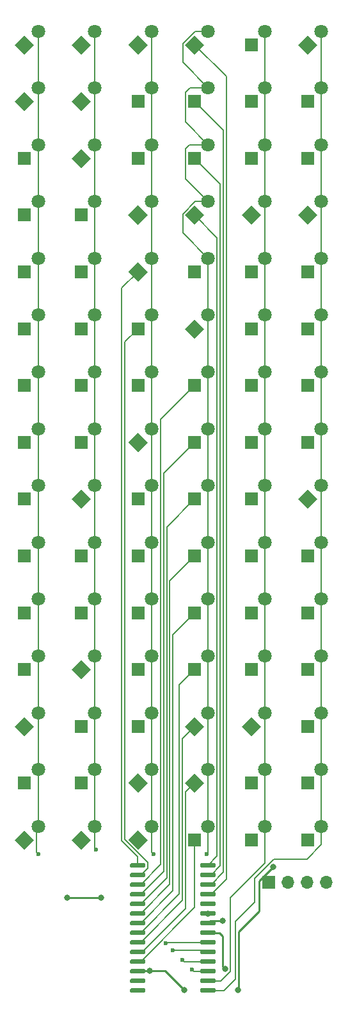
<source format=gbl>
G04 #@! TF.GenerationSoftware,KiCad,Pcbnew,7.0.6-7.0.6~ubuntu22.04.1*
G04 #@! TF.CreationDate,2023-08-02T19:51:28+01:00*
G04 #@! TF.ProjectId,working,776f726b-696e-4672-9e6b-696361645f70,rev?*
G04 #@! TF.SameCoordinates,Original*
G04 #@! TF.FileFunction,Copper,L2,Bot*
G04 #@! TF.FilePolarity,Positive*
%FSLAX46Y46*%
G04 Gerber Fmt 4.6, Leading zero omitted, Abs format (unit mm)*
G04 Created by KiCad (PCBNEW 7.0.6-7.0.6~ubuntu22.04.1) date 2023-08-02 19:51:28*
%MOMM*%
%LPD*%
G01*
G04 APERTURE LIST*
G04 #@! TA.AperFunction,ComponentPad*
%ADD10C,1.800000*%
G04 #@! TD*
G04 #@! TA.AperFunction,ComponentPad*
%ADD11R,1.700000X1.700000*%
G04 #@! TD*
G04 #@! TA.AperFunction,ComponentPad*
%ADD12O,1.700000X1.700000*%
G04 #@! TD*
G04 #@! TA.AperFunction,ComponentPad*
%ADD13R,1.800000X1.800000*%
G04 #@! TD*
G04 #@! TA.AperFunction,ViaPad*
%ADD14C,0.600000*%
G04 #@! TD*
G04 #@! TA.AperFunction,ViaPad*
%ADD15C,0.800000*%
G04 #@! TD*
G04 #@! TA.AperFunction,Conductor*
%ADD16C,0.200000*%
G04 #@! TD*
G04 #@! TA.AperFunction,Conductor*
%ADD17C,0.250000*%
G04 #@! TD*
G04 APERTURE END LIST*
G04 #@! TA.AperFunction,ComponentPad*
G36*
X-12116000Y35361208D02*
G01*
X-13388792Y36634000D01*
X-12116000Y37906792D01*
X-10843208Y36634000D01*
X-12116000Y35361208D01*
G37*
G04 #@! TD.AperFunction*
D10*
X-10319949Y38430051D03*
G04 #@! TA.AperFunction,ComponentPad*
G36*
X10384000Y-39638792D02*
G01*
X9111208Y-38366000D01*
X10384000Y-37093208D01*
X11656792Y-38366000D01*
X10384000Y-39638792D01*
G37*
G04 #@! TD.AperFunction*
X12180051Y-36569949D03*
G04 #@! TA.AperFunction,ComponentPad*
G36*
X2884000Y50361208D02*
G01*
X1611208Y51634000D01*
X2884000Y52906792D01*
X4156792Y51634000D01*
X2884000Y50361208D01*
G37*
G04 #@! TD.AperFunction*
X4680051Y53430051D03*
G04 #@! TA.AperFunction,ComponentPad*
G36*
X17884000Y50361208D02*
G01*
X16611208Y51634000D01*
X17884000Y52906792D01*
X19156792Y51634000D01*
X17884000Y50361208D01*
G37*
G04 #@! TD.AperFunction*
X19680051Y53430051D03*
G04 #@! TA.AperFunction,ComponentPad*
G36*
X2884000Y-47138792D02*
G01*
X1611208Y-45866000D01*
X2884000Y-44593208D01*
X4156792Y-45866000D01*
X2884000Y-47138792D01*
G37*
G04 #@! TD.AperFunction*
X4680051Y-44069949D03*
G04 #@! TA.AperFunction,ComponentPad*
G36*
X2884000Y27861208D02*
G01*
X1611208Y29134000D01*
X2884000Y30406792D01*
X4156792Y29134000D01*
X2884000Y27861208D01*
G37*
G04 #@! TD.AperFunction*
X4680051Y30930051D03*
G04 #@! TA.AperFunction,ComponentPad*
G36*
X-12116000Y42861208D02*
G01*
X-13388792Y44134000D01*
X-12116000Y45406792D01*
X-10843208Y44134000D01*
X-12116000Y42861208D01*
G37*
G04 #@! TD.AperFunction*
X-10319949Y45930051D03*
G04 #@! TA.AperFunction,ComponentPad*
G36*
X-19616000Y-39638792D02*
G01*
X-20888792Y-38366000D01*
X-19616000Y-37093208D01*
X-18343208Y-38366000D01*
X-19616000Y-39638792D01*
G37*
G04 #@! TD.AperFunction*
X-17819949Y-36569949D03*
G04 #@! TA.AperFunction,ComponentPad*
G36*
X-4616000Y-47138792D02*
G01*
X-5888792Y-45866000D01*
X-4616000Y-44593208D01*
X-3343208Y-45866000D01*
X-4616000Y-47138792D01*
G37*
G04 #@! TD.AperFunction*
X-2819949Y-44069949D03*
D11*
X12700000Y-58928000D03*
D12*
X15240000Y-58928000D03*
X17780000Y-58928000D03*
X20320000Y-58928000D03*
G04 #@! TA.AperFunction,ComponentPad*
G36*
X-12116000Y50361208D02*
G01*
X-13388792Y51634000D01*
X-12116000Y52906792D01*
X-10843208Y51634000D01*
X-12116000Y50361208D01*
G37*
G04 #@! TD.AperFunction*
D10*
X-10319949Y53430051D03*
G04 #@! TA.AperFunction,ComponentPad*
G36*
X10384000Y27861208D02*
G01*
X9111208Y29134000D01*
X10384000Y30406792D01*
X11656792Y29134000D01*
X10384000Y27861208D01*
G37*
G04 #@! TD.AperFunction*
X12180051Y30930051D03*
G04 #@! TA.AperFunction,ComponentPad*
G36*
X-4616000Y27861208D02*
G01*
X-5888792Y29134000D01*
X-4616000Y30406792D01*
X-3343208Y29134000D01*
X-4616000Y27861208D01*
G37*
G04 #@! TD.AperFunction*
X-2819949Y30930051D03*
G04 #@! TA.AperFunction,ComponentPad*
G36*
X17884000Y27861208D02*
G01*
X16611208Y29134000D01*
X17884000Y30406792D01*
X19156792Y29134000D01*
X17884000Y27861208D01*
G37*
G04 #@! TD.AperFunction*
X19680051Y30930051D03*
G04 #@! TA.AperFunction,ComponentPad*
G36*
X-4616000Y20361208D02*
G01*
X-5888792Y21634000D01*
X-4616000Y22906792D01*
X-3343208Y21634000D01*
X-4616000Y20361208D01*
G37*
G04 #@! TD.AperFunction*
X-2819949Y23430051D03*
G04 #@! TA.AperFunction,ComponentPad*
G36*
X-12116000Y-32138792D02*
G01*
X-13388792Y-30866000D01*
X-12116000Y-29593208D01*
X-10843208Y-30866000D01*
X-12116000Y-32138792D01*
G37*
G04 #@! TD.AperFunction*
X-10319949Y-29069949D03*
G04 #@! TA.AperFunction,ComponentPad*
G36*
X-4616000Y50361208D02*
G01*
X-5888792Y51634000D01*
X-4616000Y52906792D01*
X-3343208Y51634000D01*
X-4616000Y50361208D01*
G37*
G04 #@! TD.AperFunction*
X-2819949Y53430051D03*
G04 #@! TA.AperFunction,ComponentPad*
G36*
X2884000Y12861208D02*
G01*
X1611208Y14134000D01*
X2884000Y15406792D01*
X4156792Y14134000D01*
X2884000Y12861208D01*
G37*
G04 #@! TD.AperFunction*
X4680051Y15930051D03*
G04 #@! TA.AperFunction,ComponentPad*
G36*
X17884000Y-9638792D02*
G01*
X16611208Y-8366000D01*
X17884000Y-7093208D01*
X19156792Y-8366000D01*
X17884000Y-9638792D01*
G37*
G04 #@! TD.AperFunction*
X19680051Y-6569949D03*
G04 #@! TA.AperFunction,ComponentPad*
G36*
X2884000Y-39638792D02*
G01*
X1611208Y-38366000D01*
X2884000Y-37093208D01*
X4156792Y-38366000D01*
X2884000Y-39638792D01*
G37*
G04 #@! TD.AperFunction*
X4680051Y-36569949D03*
G04 #@! TA.AperFunction,ComponentPad*
G36*
X-19616000Y42861208D02*
G01*
X-20888792Y44134000D01*
X-19616000Y45406792D01*
X-18343208Y44134000D01*
X-19616000Y42861208D01*
G37*
G04 #@! TD.AperFunction*
X-17819949Y45930051D03*
G04 #@! TA.AperFunction,ComponentPad*
G36*
X-4616000Y-2138792D02*
G01*
X-5888792Y-866000D01*
X-4616000Y406792D01*
X-3343208Y-866000D01*
X-4616000Y-2138792D01*
G37*
G04 #@! TD.AperFunction*
X-2819949Y930051D03*
G04 #@! TA.AperFunction,ComponentPad*
G36*
X-12116000Y-9638792D02*
G01*
X-13388792Y-8366000D01*
X-12116000Y-7093208D01*
X-10843208Y-8366000D01*
X-12116000Y-9638792D01*
G37*
G04 #@! TD.AperFunction*
X-10319949Y-6569949D03*
G04 #@! TA.AperFunction,ComponentPad*
G36*
X-19616000Y50361208D02*
G01*
X-20888792Y51634000D01*
X-19616000Y52906792D01*
X-18343208Y51634000D01*
X-19616000Y50361208D01*
G37*
G04 #@! TD.AperFunction*
X-17819949Y53430051D03*
G04 #@! TA.AperFunction,ComponentPad*
G36*
X-19616000Y-54638792D02*
G01*
X-20888792Y-53366000D01*
X-19616000Y-52093208D01*
X-18343208Y-53366000D01*
X-19616000Y-54638792D01*
G37*
G04 #@! TD.AperFunction*
X-17819949Y-51569949D03*
D13*
X-19616000Y21634000D03*
D10*
X-17819949Y23430051D03*
D13*
X10384000Y51634000D03*
D10*
X12180051Y53430051D03*
D13*
X2884000Y-53366000D03*
D10*
X4680051Y-51569949D03*
D13*
X-12116000Y6634000D03*
D10*
X-10319949Y8430051D03*
D13*
X-4616000Y36634000D03*
D10*
X-2819949Y38430051D03*
G04 #@! TA.AperFunction,ComponentPad*
G36*
X-4616000Y-54638792D02*
G01*
X-5888792Y-53366000D01*
X-4616000Y-52093208D01*
X-3343208Y-53366000D01*
X-4616000Y-54638792D01*
G37*
G04 #@! TD.AperFunction*
X-2819949Y-51569949D03*
D13*
X2884000Y36634000D03*
D10*
X4680051Y38430051D03*
D13*
X-4616000Y-23366000D03*
D10*
X-2819949Y-21569949D03*
D13*
X-19616000Y-45866000D03*
D10*
X-17819949Y-44069949D03*
D13*
X2884000Y21634000D03*
D10*
X4680051Y23430051D03*
D13*
X10384000Y-15866000D03*
D10*
X12180051Y-14069949D03*
D13*
X17884000Y-45866000D03*
D10*
X19680051Y-44069949D03*
D13*
X10384000Y21634000D03*
D10*
X12180051Y23430051D03*
D13*
X10384000Y6634000D03*
D10*
X12180051Y8430051D03*
D13*
X17884000Y14134000D03*
D10*
X19680051Y15930051D03*
D13*
X17884000Y36634000D03*
D10*
X19680051Y38430051D03*
D13*
X10384000Y-30866000D03*
D10*
X12180051Y-29069949D03*
D13*
X10384000Y-8366000D03*
D10*
X12180051Y-6569949D03*
D13*
X10384000Y44134000D03*
D10*
X12180051Y45930051D03*
G04 #@! TA.AperFunction,ComponentPad*
G36*
X-12116000Y-54638792D02*
G01*
X-13388792Y-53366000D01*
X-12116000Y-52093208D01*
X-10843208Y-53366000D01*
X-12116000Y-54638792D01*
G37*
G04 #@! TD.AperFunction*
X-10319949Y-51569949D03*
D13*
X-4616000Y-38366000D03*
D10*
X-2819949Y-36569949D03*
D13*
X17884000Y-53366000D03*
D10*
X19680051Y-51569949D03*
D13*
X2884000Y-30866000D03*
D10*
X4680051Y-29069949D03*
D13*
X17884000Y-866000D03*
D10*
X19680051Y930051D03*
D13*
X-19616000Y14134000D03*
D10*
X-17819949Y15930051D03*
D13*
X17884000Y21634000D03*
D10*
X19680051Y23430051D03*
D13*
X10384000Y-53366000D03*
D10*
X12180051Y-51569949D03*
D13*
X2884000Y-15866000D03*
D10*
X4680051Y-14069949D03*
D13*
X17884000Y-23366000D03*
D10*
X19680051Y-21569949D03*
D13*
X10384000Y14134000D03*
D10*
X12180051Y15930051D03*
D13*
X10384000Y-45866000D03*
D10*
X12180051Y-44069949D03*
D13*
X2884000Y-866000D03*
D10*
X4680051Y930051D03*
D13*
X2884000Y44134000D03*
D10*
X4680051Y45930051D03*
D13*
X-19616000Y-30866000D03*
D10*
X-17819949Y-29069949D03*
D13*
X-19616000Y36634000D03*
D10*
X-17819949Y38430051D03*
D13*
X-12116000Y-866000D03*
D10*
X-10319949Y930051D03*
D13*
X-4616000Y-15866000D03*
D10*
X-2819949Y-14069949D03*
D13*
X-4616000Y-30866000D03*
D10*
X-2819949Y-29069949D03*
D13*
X-19616000Y-15866000D03*
D10*
X-17819949Y-14069949D03*
D13*
X-19616000Y-23366000D03*
D10*
X-17819949Y-21569949D03*
D13*
X2884000Y-8366000D03*
D10*
X4680051Y-6569949D03*
D13*
X17884000Y-30866000D03*
D10*
X19680051Y-29069949D03*
D13*
X-4616000Y14134000D03*
D10*
X-2819949Y15930051D03*
D13*
X-19616000Y-866000D03*
D10*
X-17819949Y930051D03*
D13*
X17884000Y-15866000D03*
D10*
X19680051Y-14069949D03*
D13*
X10384000Y36634000D03*
D10*
X12180051Y38430051D03*
D13*
X-4616000Y6634000D03*
D10*
X-2819949Y8430051D03*
D13*
X-12116000Y-45866000D03*
D10*
X-10319949Y-44069949D03*
D13*
X-19616000Y6634000D03*
D10*
X-17819949Y8430051D03*
D13*
X17884000Y-38366000D03*
D10*
X19680051Y-36569949D03*
D13*
X-12116000Y-38366000D03*
D10*
X-10319949Y-36569949D03*
D13*
X2884000Y-23366000D03*
D10*
X4680051Y-21569949D03*
D13*
X-19616000Y-8366000D03*
D10*
X-17819949Y-6569949D03*
D13*
X-4616000Y44134000D03*
D10*
X-2819949Y45930051D03*
D13*
X10384000Y-23366000D03*
D10*
X12180051Y-21569949D03*
D13*
X2884000Y6634000D03*
D10*
X4680051Y8430051D03*
D13*
X17884000Y44134000D03*
D10*
X19680051Y45930051D03*
D13*
X-12116000Y14134000D03*
D10*
X-10319949Y15930051D03*
D13*
X-12116000Y-15866000D03*
D10*
X-10319949Y-14069949D03*
D13*
X-4616000Y-8366000D03*
D10*
X-2819949Y-6569949D03*
D13*
X-12116000Y-23366000D03*
D10*
X-10319949Y-21569949D03*
D13*
X10384000Y-866000D03*
D10*
X12180051Y930051D03*
D13*
X-12116000Y21634000D03*
D10*
X-10319949Y23430051D03*
D13*
X-12116000Y29134000D03*
D10*
X-10319949Y30930051D03*
D13*
X17884000Y6634000D03*
D10*
X19680051Y8430051D03*
D13*
X-19616000Y29134000D03*
D10*
X-17819949Y30930051D03*
G04 #@! TA.AperFunction,SMDPad,CuDef*
G36*
G01*
X5675000Y-56595000D02*
X5675000Y-56895000D01*
G75*
G02*
X5525000Y-57045000I-150000J0D01*
G01*
X3775000Y-57045000D01*
G75*
G02*
X3625000Y-56895000I0J150000D01*
G01*
X3625000Y-56595000D01*
G75*
G02*
X3775000Y-56445000I150000J0D01*
G01*
X5525000Y-56445000D01*
G75*
G02*
X5675000Y-56595000I0J-150000D01*
G01*
G37*
G04 #@! TD.AperFunction*
G04 #@! TA.AperFunction,SMDPad,CuDef*
G36*
G01*
X5675000Y-57865000D02*
X5675000Y-58165000D01*
G75*
G02*
X5525000Y-58315000I-150000J0D01*
G01*
X3775000Y-58315000D01*
G75*
G02*
X3625000Y-58165000I0J150000D01*
G01*
X3625000Y-57865000D01*
G75*
G02*
X3775000Y-57715000I150000J0D01*
G01*
X5525000Y-57715000D01*
G75*
G02*
X5675000Y-57865000I0J-150000D01*
G01*
G37*
G04 #@! TD.AperFunction*
G04 #@! TA.AperFunction,SMDPad,CuDef*
G36*
G01*
X5675000Y-59135000D02*
X5675000Y-59435000D01*
G75*
G02*
X5525000Y-59585000I-150000J0D01*
G01*
X3775000Y-59585000D01*
G75*
G02*
X3625000Y-59435000I0J150000D01*
G01*
X3625000Y-59135000D01*
G75*
G02*
X3775000Y-58985000I150000J0D01*
G01*
X5525000Y-58985000D01*
G75*
G02*
X5675000Y-59135000I0J-150000D01*
G01*
G37*
G04 #@! TD.AperFunction*
G04 #@! TA.AperFunction,SMDPad,CuDef*
G36*
G01*
X5675000Y-60405000D02*
X5675000Y-60705000D01*
G75*
G02*
X5525000Y-60855000I-150000J0D01*
G01*
X3775000Y-60855000D01*
G75*
G02*
X3625000Y-60705000I0J150000D01*
G01*
X3625000Y-60405000D01*
G75*
G02*
X3775000Y-60255000I150000J0D01*
G01*
X5525000Y-60255000D01*
G75*
G02*
X5675000Y-60405000I0J-150000D01*
G01*
G37*
G04 #@! TD.AperFunction*
G04 #@! TA.AperFunction,SMDPad,CuDef*
G36*
G01*
X5675000Y-61675000D02*
X5675000Y-61975000D01*
G75*
G02*
X5525000Y-62125000I-150000J0D01*
G01*
X3775000Y-62125000D01*
G75*
G02*
X3625000Y-61975000I0J150000D01*
G01*
X3625000Y-61675000D01*
G75*
G02*
X3775000Y-61525000I150000J0D01*
G01*
X5525000Y-61525000D01*
G75*
G02*
X5675000Y-61675000I0J-150000D01*
G01*
G37*
G04 #@! TD.AperFunction*
G04 #@! TA.AperFunction,SMDPad,CuDef*
G36*
G01*
X5675000Y-62945000D02*
X5675000Y-63245000D01*
G75*
G02*
X5525000Y-63395000I-150000J0D01*
G01*
X3775000Y-63395000D01*
G75*
G02*
X3625000Y-63245000I0J150000D01*
G01*
X3625000Y-62945000D01*
G75*
G02*
X3775000Y-62795000I150000J0D01*
G01*
X5525000Y-62795000D01*
G75*
G02*
X5675000Y-62945000I0J-150000D01*
G01*
G37*
G04 #@! TD.AperFunction*
G04 #@! TA.AperFunction,SMDPad,CuDef*
G36*
G01*
X5675000Y-64215000D02*
X5675000Y-64515000D01*
G75*
G02*
X5525000Y-64665000I-150000J0D01*
G01*
X3775000Y-64665000D01*
G75*
G02*
X3625000Y-64515000I0J150000D01*
G01*
X3625000Y-64215000D01*
G75*
G02*
X3775000Y-64065000I150000J0D01*
G01*
X5525000Y-64065000D01*
G75*
G02*
X5675000Y-64215000I0J-150000D01*
G01*
G37*
G04 #@! TD.AperFunction*
G04 #@! TA.AperFunction,SMDPad,CuDef*
G36*
G01*
X5675000Y-65485000D02*
X5675000Y-65785000D01*
G75*
G02*
X5525000Y-65935000I-150000J0D01*
G01*
X3775000Y-65935000D01*
G75*
G02*
X3625000Y-65785000I0J150000D01*
G01*
X3625000Y-65485000D01*
G75*
G02*
X3775000Y-65335000I150000J0D01*
G01*
X5525000Y-65335000D01*
G75*
G02*
X5675000Y-65485000I0J-150000D01*
G01*
G37*
G04 #@! TD.AperFunction*
G04 #@! TA.AperFunction,SMDPad,CuDef*
G36*
G01*
X5675000Y-66755000D02*
X5675000Y-67055000D01*
G75*
G02*
X5525000Y-67205000I-150000J0D01*
G01*
X3775000Y-67205000D01*
G75*
G02*
X3625000Y-67055000I0J150000D01*
G01*
X3625000Y-66755000D01*
G75*
G02*
X3775000Y-66605000I150000J0D01*
G01*
X5525000Y-66605000D01*
G75*
G02*
X5675000Y-66755000I0J-150000D01*
G01*
G37*
G04 #@! TD.AperFunction*
G04 #@! TA.AperFunction,SMDPad,CuDef*
G36*
G01*
X5675000Y-68025000D02*
X5675000Y-68325000D01*
G75*
G02*
X5525000Y-68475000I-150000J0D01*
G01*
X3775000Y-68475000D01*
G75*
G02*
X3625000Y-68325000I0J150000D01*
G01*
X3625000Y-68025000D01*
G75*
G02*
X3775000Y-67875000I150000J0D01*
G01*
X5525000Y-67875000D01*
G75*
G02*
X5675000Y-68025000I0J-150000D01*
G01*
G37*
G04 #@! TD.AperFunction*
G04 #@! TA.AperFunction,SMDPad,CuDef*
G36*
G01*
X5675000Y-69295000D02*
X5675000Y-69595000D01*
G75*
G02*
X5525000Y-69745000I-150000J0D01*
G01*
X3775000Y-69745000D01*
G75*
G02*
X3625000Y-69595000I0J150000D01*
G01*
X3625000Y-69295000D01*
G75*
G02*
X3775000Y-69145000I150000J0D01*
G01*
X5525000Y-69145000D01*
G75*
G02*
X5675000Y-69295000I0J-150000D01*
G01*
G37*
G04 #@! TD.AperFunction*
G04 #@! TA.AperFunction,SMDPad,CuDef*
G36*
G01*
X5675000Y-70565000D02*
X5675000Y-70865000D01*
G75*
G02*
X5525000Y-71015000I-150000J0D01*
G01*
X3775000Y-71015000D01*
G75*
G02*
X3625000Y-70865000I0J150000D01*
G01*
X3625000Y-70565000D01*
G75*
G02*
X3775000Y-70415000I150000J0D01*
G01*
X5525000Y-70415000D01*
G75*
G02*
X5675000Y-70565000I0J-150000D01*
G01*
G37*
G04 #@! TD.AperFunction*
G04 #@! TA.AperFunction,SMDPad,CuDef*
G36*
G01*
X5675000Y-71835000D02*
X5675000Y-72135000D01*
G75*
G02*
X5525000Y-72285000I-150000J0D01*
G01*
X3775000Y-72285000D01*
G75*
G02*
X3625000Y-72135000I0J150000D01*
G01*
X3625000Y-71835000D01*
G75*
G02*
X3775000Y-71685000I150000J0D01*
G01*
X5525000Y-71685000D01*
G75*
G02*
X5675000Y-71835000I0J-150000D01*
G01*
G37*
G04 #@! TD.AperFunction*
G04 #@! TA.AperFunction,SMDPad,CuDef*
G36*
G01*
X5675000Y-73105000D02*
X5675000Y-73405000D01*
G75*
G02*
X5525000Y-73555000I-150000J0D01*
G01*
X3775000Y-73555000D01*
G75*
G02*
X3625000Y-73405000I0J150000D01*
G01*
X3625000Y-73105000D01*
G75*
G02*
X3775000Y-72955000I150000J0D01*
G01*
X5525000Y-72955000D01*
G75*
G02*
X5675000Y-73105000I0J-150000D01*
G01*
G37*
G04 #@! TD.AperFunction*
G04 #@! TA.AperFunction,SMDPad,CuDef*
G36*
G01*
X-3625000Y-73105000D02*
X-3625000Y-73405000D01*
G75*
G02*
X-3775000Y-73555000I-150000J0D01*
G01*
X-5525000Y-73555000D01*
G75*
G02*
X-5675000Y-73405000I0J150000D01*
G01*
X-5675000Y-73105000D01*
G75*
G02*
X-5525000Y-72955000I150000J0D01*
G01*
X-3775000Y-72955000D01*
G75*
G02*
X-3625000Y-73105000I0J-150000D01*
G01*
G37*
G04 #@! TD.AperFunction*
G04 #@! TA.AperFunction,SMDPad,CuDef*
G36*
G01*
X-3625000Y-71835000D02*
X-3625000Y-72135000D01*
G75*
G02*
X-3775000Y-72285000I-150000J0D01*
G01*
X-5525000Y-72285000D01*
G75*
G02*
X-5675000Y-72135000I0J150000D01*
G01*
X-5675000Y-71835000D01*
G75*
G02*
X-5525000Y-71685000I150000J0D01*
G01*
X-3775000Y-71685000D01*
G75*
G02*
X-3625000Y-71835000I0J-150000D01*
G01*
G37*
G04 #@! TD.AperFunction*
G04 #@! TA.AperFunction,SMDPad,CuDef*
G36*
G01*
X-3625000Y-70565000D02*
X-3625000Y-70865000D01*
G75*
G02*
X-3775000Y-71015000I-150000J0D01*
G01*
X-5525000Y-71015000D01*
G75*
G02*
X-5675000Y-70865000I0J150000D01*
G01*
X-5675000Y-70565000D01*
G75*
G02*
X-5525000Y-70415000I150000J0D01*
G01*
X-3775000Y-70415000D01*
G75*
G02*
X-3625000Y-70565000I0J-150000D01*
G01*
G37*
G04 #@! TD.AperFunction*
G04 #@! TA.AperFunction,SMDPad,CuDef*
G36*
G01*
X-3625000Y-69295000D02*
X-3625000Y-69595000D01*
G75*
G02*
X-3775000Y-69745000I-150000J0D01*
G01*
X-5525000Y-69745000D01*
G75*
G02*
X-5675000Y-69595000I0J150000D01*
G01*
X-5675000Y-69295000D01*
G75*
G02*
X-5525000Y-69145000I150000J0D01*
G01*
X-3775000Y-69145000D01*
G75*
G02*
X-3625000Y-69295000I0J-150000D01*
G01*
G37*
G04 #@! TD.AperFunction*
G04 #@! TA.AperFunction,SMDPad,CuDef*
G36*
G01*
X-3625000Y-68025000D02*
X-3625000Y-68325000D01*
G75*
G02*
X-3775000Y-68475000I-150000J0D01*
G01*
X-5525000Y-68475000D01*
G75*
G02*
X-5675000Y-68325000I0J150000D01*
G01*
X-5675000Y-68025000D01*
G75*
G02*
X-5525000Y-67875000I150000J0D01*
G01*
X-3775000Y-67875000D01*
G75*
G02*
X-3625000Y-68025000I0J-150000D01*
G01*
G37*
G04 #@! TD.AperFunction*
G04 #@! TA.AperFunction,SMDPad,CuDef*
G36*
G01*
X-3625000Y-66755000D02*
X-3625000Y-67055000D01*
G75*
G02*
X-3775000Y-67205000I-150000J0D01*
G01*
X-5525000Y-67205000D01*
G75*
G02*
X-5675000Y-67055000I0J150000D01*
G01*
X-5675000Y-66755000D01*
G75*
G02*
X-5525000Y-66605000I150000J0D01*
G01*
X-3775000Y-66605000D01*
G75*
G02*
X-3625000Y-66755000I0J-150000D01*
G01*
G37*
G04 #@! TD.AperFunction*
G04 #@! TA.AperFunction,SMDPad,CuDef*
G36*
G01*
X-3625000Y-65485000D02*
X-3625000Y-65785000D01*
G75*
G02*
X-3775000Y-65935000I-150000J0D01*
G01*
X-5525000Y-65935000D01*
G75*
G02*
X-5675000Y-65785000I0J150000D01*
G01*
X-5675000Y-65485000D01*
G75*
G02*
X-5525000Y-65335000I150000J0D01*
G01*
X-3775000Y-65335000D01*
G75*
G02*
X-3625000Y-65485000I0J-150000D01*
G01*
G37*
G04 #@! TD.AperFunction*
G04 #@! TA.AperFunction,SMDPad,CuDef*
G36*
G01*
X-3625000Y-64215000D02*
X-3625000Y-64515000D01*
G75*
G02*
X-3775000Y-64665000I-150000J0D01*
G01*
X-5525000Y-64665000D01*
G75*
G02*
X-5675000Y-64515000I0J150000D01*
G01*
X-5675000Y-64215000D01*
G75*
G02*
X-5525000Y-64065000I150000J0D01*
G01*
X-3775000Y-64065000D01*
G75*
G02*
X-3625000Y-64215000I0J-150000D01*
G01*
G37*
G04 #@! TD.AperFunction*
G04 #@! TA.AperFunction,SMDPad,CuDef*
G36*
G01*
X-3625000Y-62945000D02*
X-3625000Y-63245000D01*
G75*
G02*
X-3775000Y-63395000I-150000J0D01*
G01*
X-5525000Y-63395000D01*
G75*
G02*
X-5675000Y-63245000I0J150000D01*
G01*
X-5675000Y-62945000D01*
G75*
G02*
X-5525000Y-62795000I150000J0D01*
G01*
X-3775000Y-62795000D01*
G75*
G02*
X-3625000Y-62945000I0J-150000D01*
G01*
G37*
G04 #@! TD.AperFunction*
G04 #@! TA.AperFunction,SMDPad,CuDef*
G36*
G01*
X-3625000Y-61675000D02*
X-3625000Y-61975000D01*
G75*
G02*
X-3775000Y-62125000I-150000J0D01*
G01*
X-5525000Y-62125000D01*
G75*
G02*
X-5675000Y-61975000I0J150000D01*
G01*
X-5675000Y-61675000D01*
G75*
G02*
X-5525000Y-61525000I150000J0D01*
G01*
X-3775000Y-61525000D01*
G75*
G02*
X-3625000Y-61675000I0J-150000D01*
G01*
G37*
G04 #@! TD.AperFunction*
G04 #@! TA.AperFunction,SMDPad,CuDef*
G36*
G01*
X-3625000Y-60405000D02*
X-3625000Y-60705000D01*
G75*
G02*
X-3775000Y-60855000I-150000J0D01*
G01*
X-5525000Y-60855000D01*
G75*
G02*
X-5675000Y-60705000I0J150000D01*
G01*
X-5675000Y-60405000D01*
G75*
G02*
X-5525000Y-60255000I150000J0D01*
G01*
X-3775000Y-60255000D01*
G75*
G02*
X-3625000Y-60405000I0J-150000D01*
G01*
G37*
G04 #@! TD.AperFunction*
G04 #@! TA.AperFunction,SMDPad,CuDef*
G36*
G01*
X-3625000Y-59135000D02*
X-3625000Y-59435000D01*
G75*
G02*
X-3775000Y-59585000I-150000J0D01*
G01*
X-5525000Y-59585000D01*
G75*
G02*
X-5675000Y-59435000I0J150000D01*
G01*
X-5675000Y-59135000D01*
G75*
G02*
X-5525000Y-58985000I150000J0D01*
G01*
X-3775000Y-58985000D01*
G75*
G02*
X-3625000Y-59135000I0J-150000D01*
G01*
G37*
G04 #@! TD.AperFunction*
G04 #@! TA.AperFunction,SMDPad,CuDef*
G36*
G01*
X-3625000Y-57865000D02*
X-3625000Y-58165000D01*
G75*
G02*
X-3775000Y-58315000I-150000J0D01*
G01*
X-5525000Y-58315000D01*
G75*
G02*
X-5675000Y-58165000I0J150000D01*
G01*
X-5675000Y-57865000D01*
G75*
G02*
X-5525000Y-57715000I150000J0D01*
G01*
X-3775000Y-57715000D01*
G75*
G02*
X-3625000Y-57865000I0J-150000D01*
G01*
G37*
G04 #@! TD.AperFunction*
G04 #@! TA.AperFunction,SMDPad,CuDef*
G36*
G01*
X-3625000Y-56595000D02*
X-3625000Y-56895000D01*
G75*
G02*
X-3775000Y-57045000I-150000J0D01*
G01*
X-5525000Y-57045000D01*
G75*
G02*
X-5675000Y-56895000I0J150000D01*
G01*
X-5675000Y-56595000D01*
G75*
G02*
X-5525000Y-56445000I150000J0D01*
G01*
X-3775000Y-56445000D01*
G75*
G02*
X-3625000Y-56595000I0J-150000D01*
G01*
G37*
G04 #@! TD.AperFunction*
D14*
X-955391Y-66989609D03*
X-17780000Y-55245000D03*
X-10160000Y-54610000D03*
X0Y-67945000D03*
X1270000Y-69215000D03*
X-2540000Y-55245000D03*
X2540000Y-70485000D03*
X4445000Y-55245000D03*
D15*
X-13970000Y-60960000D03*
X-9525000Y-60960000D03*
X4650000Y-63095000D03*
X6604000Y-64008000D03*
X6920500Y-70422198D03*
X1524000Y-73152000D03*
X13258122Y-56946122D03*
X8636000Y-73152000D03*
X-3048000Y-70612000D03*
D16*
X2884000Y-62302396D02*
X2884000Y-53366000D01*
X-4650000Y-69445000D02*
X-4258604Y-69445000D01*
X-4258604Y-69445000D02*
X2884000Y-62302396D01*
X-17819949Y-51569949D02*
X-17819949Y53430051D01*
X-18043208Y-54981792D02*
X-17780000Y-55245000D01*
X-955391Y-66989609D02*
X-870782Y-66905000D01*
X-18043208Y-51793208D02*
X-18043208Y-54981792D01*
X-870782Y-66905000D02*
X4650000Y-66905000D01*
X-17819949Y-51569949D02*
X-18043208Y-51793208D01*
X0Y-67945000D02*
X4420000Y-67945000D01*
X-10319949Y-54450051D02*
X-10319949Y-51569949D01*
X4420000Y-67945000D02*
X4650000Y-68175000D01*
X-10319949Y53430051D02*
X-10319949Y-51569949D01*
X-10160000Y-54610000D02*
X-10319949Y-54450051D01*
X4650000Y-69445000D02*
X1500000Y-69445000D01*
X-2819949Y-51569949D02*
X-2819949Y53430051D01*
X-2819949Y-51569949D02*
X-2819949Y-54965051D01*
X-2819949Y-54965051D02*
X-2540000Y-55245000D01*
X1500000Y-69445000D02*
X1270000Y-69215000D01*
X4680051Y-51569949D02*
X4680051Y-55009949D01*
X2982993Y53430051D02*
X4680051Y53430051D01*
X4680051Y-51569949D02*
X4680051Y930051D01*
X2280051Y45930051D02*
X4680051Y45930051D01*
X1684000Y41426102D02*
X1684000Y45334000D01*
X1311208Y26798894D02*
X1311208Y29258266D01*
X4650000Y-70715000D02*
X2770000Y-70715000D01*
X4680051Y23430051D02*
X1311208Y26798894D01*
X4680051Y45930051D02*
X1311208Y49298894D01*
X1684000Y33926102D02*
X1684000Y37879000D01*
X1311208Y29258266D02*
X2982993Y30930051D01*
X4680051Y30930051D02*
X1684000Y33926102D01*
X4680051Y-55009949D02*
X4445000Y-55245000D01*
X2982993Y30930051D02*
X4680051Y30930051D01*
X4680051Y930051D02*
X4680051Y23430051D01*
X1311208Y49298894D02*
X1311208Y51758266D01*
X2235051Y38430051D02*
X4680051Y38430051D01*
X2770000Y-70715000D02*
X2540000Y-70485000D01*
X1311208Y51758266D02*
X2982993Y53430051D01*
X1684000Y37879000D02*
X2235051Y38430051D01*
X1684000Y45334000D02*
X2280051Y45930051D01*
X4680051Y38430051D02*
X1684000Y41426102D01*
X7620000Y-70720000D02*
X7620000Y-60960000D01*
X12180051Y53430051D02*
X12180051Y-51569949D01*
X4650000Y-71985000D02*
X6355000Y-71985000D01*
X12180051Y-56399949D02*
X12180051Y-51569949D01*
X6355000Y-71985000D02*
X7620000Y-70720000D01*
X7620000Y-60960000D02*
X12180051Y-56399949D01*
X19680051Y-53969949D02*
X17770000Y-55880000D01*
X13335000Y-55880000D02*
X10795000Y-58420000D01*
X19680051Y-51569949D02*
X19680051Y53430051D01*
X8255000Y-71755000D02*
X6755000Y-73255000D01*
X10795000Y-61595000D02*
X8255000Y-64135000D01*
X10795000Y-58420000D02*
X10795000Y-61595000D01*
X8255000Y-64135000D02*
X8255000Y-71755000D01*
X6755000Y-73255000D02*
X4650000Y-73255000D01*
X19680051Y-51569949D02*
X19680051Y-53969949D01*
X17770000Y-55880000D02*
X13335000Y-55880000D01*
X5880051Y26137949D02*
X2884000Y29134000D01*
X5880051Y-55514949D02*
X5880051Y26137949D01*
X4650000Y-56745000D02*
X5880051Y-55514949D01*
X4650000Y-58015000D02*
X5041396Y-58015000D01*
X5041396Y-58015000D02*
X6280051Y-56776345D01*
X6280051Y33237949D02*
X2884000Y36634000D01*
X6280051Y-56776345D02*
X6280051Y33237949D01*
X6680051Y-57646345D02*
X6680051Y40337949D01*
X4650000Y-59285000D02*
X5041396Y-59285000D01*
X5041396Y-59285000D02*
X6680051Y-57646345D01*
X6680051Y40337949D02*
X2884000Y44134000D01*
X4650000Y-60555000D02*
X5041396Y-60555000D01*
X5041396Y-60555000D02*
X7080051Y-58516345D01*
X7080051Y-58516345D02*
X7080051Y47437949D01*
X7080051Y47437949D02*
X2884000Y51634000D01*
D17*
X-9525000Y-60960000D02*
X-13970000Y-60960000D01*
X5007000Y-64008000D02*
X4650000Y-64365000D01*
X6604000Y-64008000D02*
X5007000Y-64008000D01*
X6604000Y-66040000D02*
X6199000Y-65635000D01*
X6920500Y-70422198D02*
X6604000Y-70105698D01*
X6199000Y-65635000D02*
X4650000Y-65635000D01*
X6604000Y-70105698D02*
X6604000Y-66040000D01*
X8680000Y-65488000D02*
X8680000Y-73108000D01*
X-1016000Y-70612000D02*
X-3048000Y-70612000D01*
X11425000Y-58779244D02*
X11425000Y-62743000D01*
X1524000Y-73152000D02*
X-1016000Y-70612000D01*
X-4547000Y-70612000D02*
X-4650000Y-70715000D01*
X8680000Y-73108000D02*
X8636000Y-73152000D01*
X-3048000Y-70612000D02*
X-4547000Y-70612000D01*
X13258122Y-56946122D02*
X11425000Y-58779244D01*
X11425000Y-62743000D02*
X8680000Y-65488000D01*
D16*
X1684000Y-47066000D02*
X2884000Y-45866000D01*
X-4650000Y-68175000D02*
X-4040000Y-68175000D01*
X-4040000Y-68175000D02*
X1684000Y-62451000D01*
X1684000Y-62451000D02*
X1684000Y-47066000D01*
X1284000Y-39966000D02*
X2884000Y-38366000D01*
X-4258604Y-66905000D02*
X1284000Y-61362396D01*
X-4650000Y-66905000D02*
X-4258604Y-66905000D01*
X1284000Y-61362396D02*
X1284000Y-39966000D01*
X-4258604Y-65635000D02*
X884000Y-60492396D01*
X884000Y-60492396D02*
X884000Y-32866000D01*
X-4650000Y-65635000D02*
X-4258604Y-65635000D01*
X884000Y-32866000D02*
X2884000Y-30866000D01*
X-4258604Y-64365000D02*
X0Y-60106396D01*
X0Y-60106396D02*
X0Y-26250000D01*
X-4650000Y-64365000D02*
X-4258604Y-64365000D01*
X0Y-26250000D02*
X2884000Y-23366000D01*
X-4650000Y-63095000D02*
X-4258604Y-63095000D01*
X-4258604Y-63095000D02*
X-400000Y-59236396D01*
X-400000Y-19150000D02*
X2884000Y-15866000D01*
X-400000Y-59236396D02*
X-400000Y-19150000D01*
X-800000Y-12050000D02*
X2884000Y-8366000D01*
X-4258604Y-61825000D02*
X-800000Y-58366396D01*
X-4650000Y-61825000D02*
X-4258604Y-61825000D01*
X-800000Y-58366396D02*
X-800000Y-12050000D01*
X-1200000Y-4950000D02*
X2884000Y-866000D01*
X-1200000Y-57496396D02*
X-1200000Y-4950000D01*
X-4258604Y-60555000D02*
X-1200000Y-57496396D01*
X-4650000Y-60555000D02*
X-4258604Y-60555000D01*
X-4258604Y-59285000D02*
X-1600000Y-56626396D01*
X-4650000Y-59285000D02*
X-4258604Y-59285000D01*
X-1600000Y-56626396D02*
X-1600000Y2150000D01*
X-1600000Y2150000D02*
X2884000Y6634000D01*
X-3325000Y-57081396D02*
X-3325000Y-56354058D01*
X-6350000Y12400000D02*
X-4616000Y14134000D01*
X-4258604Y-58015000D02*
X-3325000Y-57081396D01*
X-3325000Y-56354058D02*
X-6350000Y-53329058D01*
X-6350000Y-53329058D02*
X-6350000Y12400000D01*
X-4650000Y-58015000D02*
X-4258604Y-58015000D01*
X-6750000Y19500000D02*
X-4616000Y21634000D01*
X-6750000Y-53494743D02*
X-6750000Y19500000D01*
X-4650000Y-55594744D02*
X-6750000Y-53494743D01*
X-4650000Y-56745000D02*
X-4650000Y-55594744D01*
M02*

</source>
